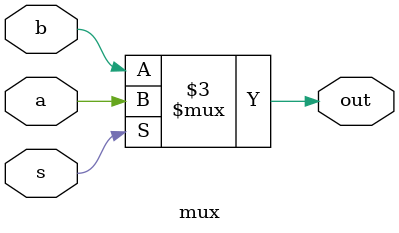
<source format=v>
module mux( a, b, s, out);

	input a, b, s;
	output reg out;

	always @(a, b, s)
		if (s)
			out <= a;
		else
			out <= b;

endmodule

</source>
